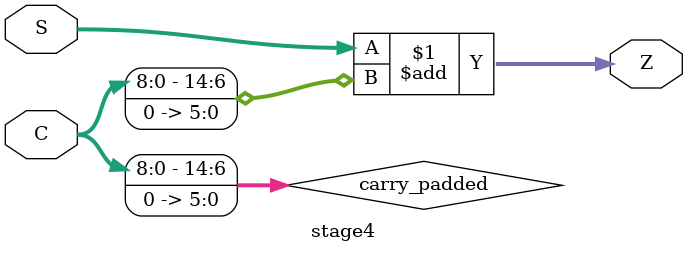
<source format=v>
`timescale 1ns / 1ps

module stage4(
    input [14:0] S,
    input [8:0] C,
    output [15:0] Z
    );
        // E¸¦ »óÀ§ ºñÆ®¿¡ À§Ä¡½ÃÅ°°í ÇÏÀ§ 7ºñÆ®´Â 0À¸·Î Ã¤¿î´Ù.
    wire [14:0] carry_padded = {C, 6'b0};

    // µ¡¼ÀÀ» ¼öÇàÇÑ´Ù.
    assign Z = S + carry_padded;
    
endmodule

</source>
